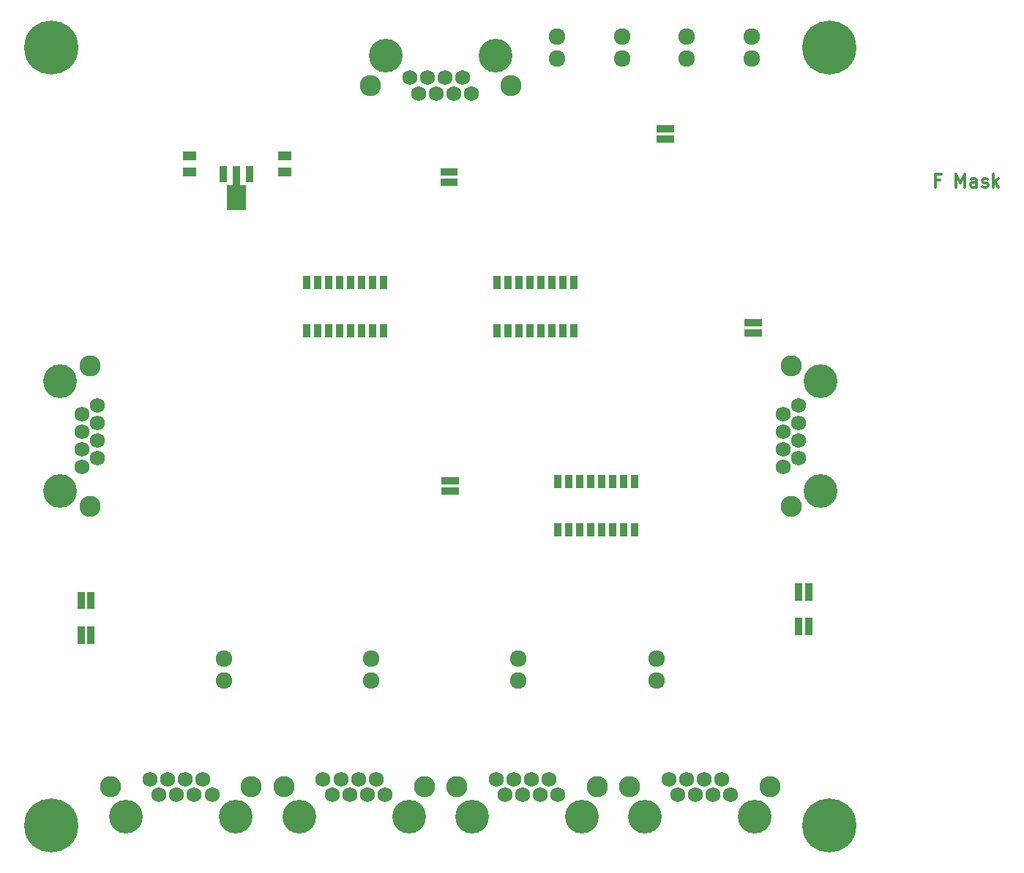
<source format=gts>
G04 (created by PCBNEW (2013-07-07 BZR 4022)-stable) date 9/18/2013 11:59:42*
%MOIN*%
G04 Gerber Fmt 3.4, Leading zero omitted, Abs format*
%FSLAX34Y34*%
G01*
G70*
G90*
G04 APERTURE LIST*
%ADD10C,0.00590551*%
%ADD11C,0.011811*%
%ADD12R,0.019674X0.033474*%
%ADD13R,0.033474X0.019674*%
%ADD14R,0.0348425X0.0598425*%
%ADD15C,0.0758425*%
%ADD16C,0.246063*%
%ADD17R,0.0648425X0.0448425*%
%ADD18C,0.153543*%
%ADD19C,0.0689425*%
%ADD20C,0.0964567*%
%ADD21R,0.0374425X0.0728425*%
%ADD22R,0.0374425X0.0925425*%
%ADD23R,0.0885425X0.118143*%
G04 APERTURE END LIST*
G54D10*
G54D11*
X49111Y-14319D02*
X48914Y-14319D01*
X48914Y-14628D02*
X48914Y-14038D01*
X49195Y-14038D01*
X49870Y-14628D02*
X49870Y-14038D01*
X50067Y-14460D01*
X50264Y-14038D01*
X50264Y-14628D01*
X50798Y-14628D02*
X50798Y-14319D01*
X50770Y-14263D01*
X50714Y-14235D01*
X50601Y-14235D01*
X50545Y-14263D01*
X50798Y-14600D02*
X50742Y-14628D01*
X50601Y-14628D01*
X50545Y-14600D01*
X50517Y-14544D01*
X50517Y-14488D01*
X50545Y-14431D01*
X50601Y-14403D01*
X50742Y-14403D01*
X50798Y-14375D01*
X51051Y-14600D02*
X51107Y-14628D01*
X51220Y-14628D01*
X51276Y-14600D01*
X51304Y-14544D01*
X51304Y-14516D01*
X51276Y-14460D01*
X51220Y-14431D01*
X51136Y-14431D01*
X51079Y-14403D01*
X51051Y-14347D01*
X51051Y-14319D01*
X51079Y-14263D01*
X51136Y-14235D01*
X51220Y-14235D01*
X51276Y-14263D01*
X51557Y-14628D02*
X51557Y-14038D01*
X51614Y-14403D02*
X51782Y-14628D01*
X51782Y-14235D02*
X51557Y-14460D01*
G54D12*
X26476Y-14401D03*
X26673Y-14401D03*
X26870Y-14401D03*
X27067Y-14401D03*
X27067Y-13948D03*
X26870Y-13948D03*
X26673Y-13948D03*
X26476Y-13948D03*
X36319Y-12432D03*
X36516Y-12432D03*
X36713Y-12432D03*
X36910Y-12432D03*
X36910Y-11979D03*
X36713Y-11979D03*
X36516Y-11979D03*
X36319Y-11979D03*
X26515Y-28473D03*
X26712Y-28473D03*
X26909Y-28473D03*
X27106Y-28473D03*
X27106Y-28020D03*
X26909Y-28020D03*
X26712Y-28020D03*
X26515Y-28020D03*
X40905Y-20827D03*
X40708Y-20827D03*
X40511Y-20827D03*
X40314Y-20827D03*
X40314Y-21280D03*
X40511Y-21280D03*
X40708Y-21280D03*
X40905Y-21280D03*
G54D13*
X43141Y-34940D03*
X43141Y-34743D03*
X43141Y-34546D03*
X43141Y-34349D03*
X42688Y-34349D03*
X42688Y-34546D03*
X42688Y-34743D03*
X42688Y-34940D03*
X43141Y-33365D03*
X43141Y-33168D03*
X43141Y-32971D03*
X43141Y-32774D03*
X42688Y-32774D03*
X42688Y-32971D03*
X42688Y-33168D03*
X42688Y-33365D03*
X10008Y-34744D03*
X10008Y-34941D03*
X10008Y-35138D03*
X10008Y-35335D03*
X10461Y-35335D03*
X10461Y-35138D03*
X10461Y-34941D03*
X10461Y-34744D03*
X10008Y-33169D03*
X10008Y-33366D03*
X10008Y-33563D03*
X10008Y-33760D03*
X10461Y-33760D03*
X10461Y-33563D03*
X10461Y-33366D03*
X10461Y-33169D03*
G54D14*
X32458Y-18978D03*
X31958Y-18978D03*
X31458Y-18978D03*
X30958Y-18978D03*
X30458Y-18978D03*
X29958Y-18978D03*
X29458Y-18978D03*
X28958Y-18978D03*
X28958Y-21178D03*
X29458Y-21178D03*
X29958Y-21178D03*
X30458Y-21178D03*
X30958Y-21178D03*
X31458Y-21178D03*
X31958Y-21178D03*
X32458Y-21178D03*
X31714Y-30233D03*
X32214Y-30233D03*
X32714Y-30233D03*
X33214Y-30233D03*
X33714Y-30233D03*
X34214Y-30233D03*
X34714Y-30233D03*
X35214Y-30233D03*
X35214Y-28033D03*
X34714Y-28033D03*
X34214Y-28033D03*
X33714Y-28033D03*
X33214Y-28033D03*
X32714Y-28033D03*
X32214Y-28033D03*
X31714Y-28033D03*
X23797Y-18978D03*
X23297Y-18978D03*
X22797Y-18978D03*
X22297Y-18978D03*
X21797Y-18978D03*
X21297Y-18978D03*
X20797Y-18978D03*
X20297Y-18978D03*
X20297Y-21178D03*
X20797Y-21178D03*
X21297Y-21178D03*
X21797Y-21178D03*
X22297Y-21178D03*
X22797Y-21178D03*
X23297Y-21178D03*
X23797Y-21178D03*
G54D15*
X31692Y-8767D03*
X31692Y-7767D03*
X16535Y-36114D03*
X16535Y-37114D03*
X23228Y-36114D03*
X23228Y-37114D03*
X29921Y-36114D03*
X29921Y-37114D03*
X36220Y-36114D03*
X36220Y-37114D03*
X40551Y-8767D03*
X40551Y-7767D03*
X37598Y-8767D03*
X37598Y-7767D03*
X34645Y-8767D03*
X34645Y-7767D03*
G54D16*
X8661Y-8267D03*
X8661Y-43700D03*
X44094Y-43700D03*
X44094Y-8267D03*
G54D17*
X14960Y-13957D03*
X14960Y-13207D03*
X19291Y-13957D03*
X19291Y-13207D03*
G54D18*
X43700Y-23484D03*
X43700Y-28484D03*
G54D19*
X42700Y-24578D03*
X42000Y-24980D03*
X42700Y-25381D03*
X42000Y-25783D03*
X42700Y-26185D03*
X42000Y-26586D03*
X42700Y-26988D03*
X42000Y-27389D03*
G54D20*
X42350Y-22783D03*
X42350Y-29185D03*
G54D18*
X40688Y-43307D03*
X35688Y-43307D03*
G54D19*
X39594Y-42307D03*
X39192Y-41606D03*
X38791Y-42307D03*
X38389Y-41606D03*
X37988Y-42307D03*
X37586Y-41606D03*
X37185Y-42307D03*
X36783Y-41606D03*
G54D20*
X41389Y-41956D03*
X34988Y-41956D03*
G54D18*
X32814Y-43307D03*
X27814Y-43307D03*
G54D19*
X31720Y-42307D03*
X31318Y-41606D03*
X30917Y-42307D03*
X30515Y-41606D03*
X30114Y-42307D03*
X29712Y-41606D03*
X29311Y-42307D03*
X28909Y-41606D03*
G54D20*
X33515Y-41956D03*
X27114Y-41956D03*
G54D18*
X24940Y-43307D03*
X19940Y-43307D03*
G54D19*
X23846Y-42307D03*
X23444Y-41606D03*
X23043Y-42307D03*
X22641Y-41606D03*
X22240Y-42307D03*
X21838Y-41606D03*
X21437Y-42307D03*
X21035Y-41606D03*
G54D20*
X25641Y-41956D03*
X19240Y-41956D03*
G54D18*
X23877Y-8661D03*
X28877Y-8661D03*
G54D19*
X24972Y-9661D03*
X25374Y-10362D03*
X25775Y-9661D03*
X26177Y-10362D03*
X26578Y-9661D03*
X26980Y-10362D03*
X27381Y-9661D03*
X27783Y-10362D03*
G54D20*
X23177Y-10011D03*
X29578Y-10011D03*
G54D18*
X17066Y-43307D03*
X12066Y-43307D03*
G54D19*
X15972Y-42307D03*
X15570Y-41606D03*
X15169Y-42307D03*
X14767Y-41606D03*
X14366Y-42307D03*
X13964Y-41606D03*
X13562Y-42307D03*
X13161Y-41606D03*
G54D20*
X17767Y-41956D03*
X11366Y-41956D03*
G54D18*
X9055Y-28484D03*
X9055Y-23484D03*
G54D19*
X10055Y-27389D03*
X10755Y-26988D03*
X10055Y-26586D03*
X10755Y-26185D03*
X10055Y-25783D03*
X10755Y-25381D03*
X10055Y-24980D03*
X10755Y-24578D03*
G54D20*
X10405Y-29185D03*
X10405Y-22783D03*
G54D21*
X17677Y-14055D03*
G54D22*
X17086Y-14153D03*
G54D21*
X16495Y-14055D03*
G54D23*
X17086Y-15098D03*
M02*

</source>
